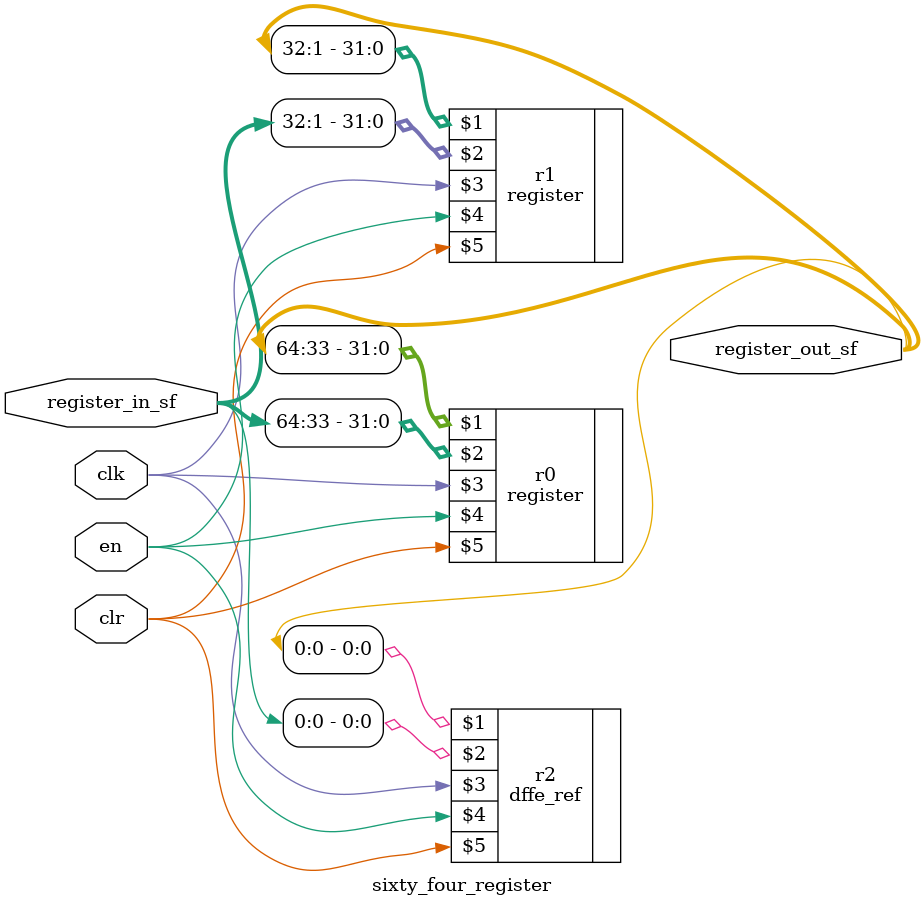
<source format=v>
module sixty_four_register(register_out_sf, register_in_sf, clk, en, clr  ); 

	output[64:0] register_out_sf;
	input[64:0] register_in_sf;
	input clk, en, clr;
	
	
	
	register r0(register_out_sf[64:33], register_in_sf[64:33], clk, en, clr ); 
	register r1(register_out_sf[32:1], register_in_sf[32:1], clk, en, clr ); 
	dffe_ref r2(register_out_sf[0], register_in_sf[0], clk, en, clr);


endmodule 
</source>
